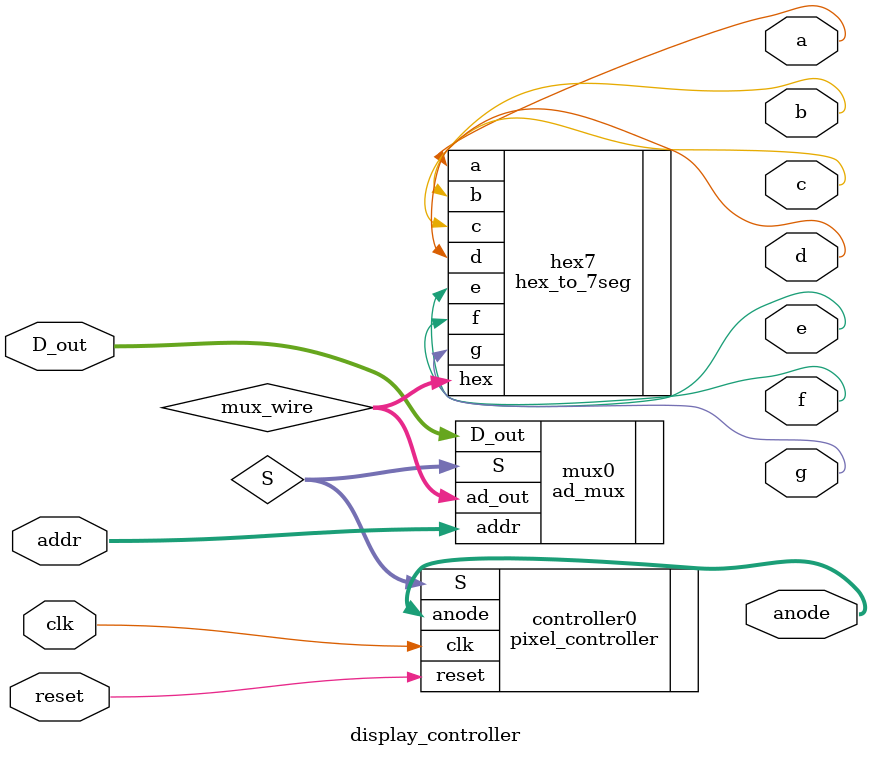
<source format=v>
`timescale 1ns / 1ps

module display_controller(clk, reset,addr, D_out, anode, a, b, c, d, e, f, g);

    // Input declarations
    input 		   clk , reset ;
    input  [15:0] addr ;
    input  [15:0] D_out ;

    // Output declarations
    output [7:0] anode;
    output       a , b , c , d , e , f , g ;

    // Temp wires to pass binary data from module to modules
    wire   [2:0] S;
    wire   [3:0] mux_wire;
	
	// Instantiate Pixel Controller
   // A Finite State Machine(FSM) counting up states
   // and outputs a select variable(S) that sends 
	// 3-bits of data to the 8-1 mux module to perform data selection on 
	// which inputs are to be selected in order to be represented on the display
    pixel_controller controller0 (.clk(clk) , 
										    .reset(reset) , 
											 .S(S) , 
											 .anode(anode)) ;

    // Instantiates an address mux that sends 4-bit value to the 7 segment
	 // module. This 8-1 mux sends a nibble(4-bits) to the 
	 // Hex_to_7seg module to choose the correct segments to display on the board
	 ad_mux           mux0        (.addr(addr) , 
											 .S(S) , 
											 .D_out(D_out) , 
											 .ad_out(mux_wire)) ;


    // Instantiate the hex to 7 segment to display the values onto the board 
    hex_to_7seg      hex7        (.hex(mux_wire), 
											 .a(a) , .b(b) , .c(c) , .d(d) , 
											 .e(e) , .f(f) , .g(g));

endmodule // end of display controller module
</source>
